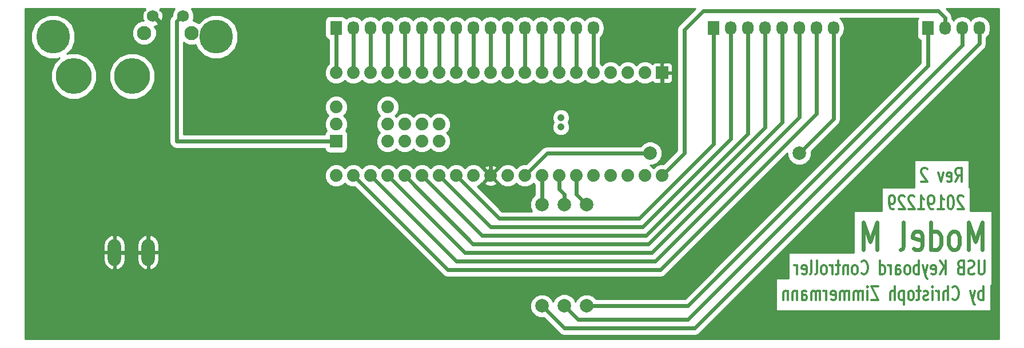
<source format=gbr>
G04 #@! TF.FileFunction,Copper,L2,Bot,Signal*
%FSLAX46Y46*%
G04 Gerber Fmt 4.6, Leading zero omitted, Abs format (unit mm)*
G04 Created by KiCad (PCBNEW 4.0.5+dfsg1-4) date Sun Dec 29 19:54:52 2019*
%MOMM*%
%LPD*%
G01*
G04 APERTURE LIST*
%ADD10C,0.100000*%
%ADD11C,0.304800*%
%ADD12C,0.609600*%
%ADD13C,1.879600*%
%ADD14R,1.879600X1.879600*%
%ADD15C,1.066800*%
%ADD16R,1.727200X2.032000*%
%ADD17O,1.727200X2.032000*%
%ADD18O,1.981200X3.962400*%
%ADD19C,2.100000*%
%ADD20C,1.750000*%
%ADD21C,1.998980*%
%ADD22C,5.300000*%
%ADD23C,5.000000*%
%ADD24C,2.000000*%
%ADD25C,0.600000*%
%ADD26C,0.254000*%
G04 APERTURE END LIST*
D10*
D11*
X197031430Y-83408762D02*
X196958859Y-83312000D01*
X196813716Y-83215238D01*
X196450859Y-83215238D01*
X196305716Y-83312000D01*
X196233145Y-83408762D01*
X196160573Y-83602286D01*
X196160573Y-83795810D01*
X196233145Y-84086095D01*
X197104002Y-85247238D01*
X196160573Y-85247238D01*
X195217144Y-83215238D02*
X195072001Y-83215238D01*
X194926858Y-83312000D01*
X194854287Y-83408762D01*
X194781716Y-83602286D01*
X194709144Y-83989333D01*
X194709144Y-84473143D01*
X194781716Y-84860190D01*
X194854287Y-85053714D01*
X194926858Y-85150476D01*
X195072001Y-85247238D01*
X195217144Y-85247238D01*
X195362287Y-85150476D01*
X195434858Y-85053714D01*
X195507430Y-84860190D01*
X195580001Y-84473143D01*
X195580001Y-83989333D01*
X195507430Y-83602286D01*
X195434858Y-83408762D01*
X195362287Y-83312000D01*
X195217144Y-83215238D01*
X193257715Y-85247238D02*
X194128572Y-85247238D01*
X193693144Y-85247238D02*
X193693144Y-83215238D01*
X193838287Y-83505524D01*
X193983429Y-83699048D01*
X194128572Y-83795810D01*
X192532000Y-85247238D02*
X192241715Y-85247238D01*
X192096572Y-85150476D01*
X192024000Y-85053714D01*
X191878858Y-84763429D01*
X191806286Y-84376381D01*
X191806286Y-83602286D01*
X191878858Y-83408762D01*
X191951429Y-83312000D01*
X192096572Y-83215238D01*
X192386858Y-83215238D01*
X192532000Y-83312000D01*
X192604572Y-83408762D01*
X192677143Y-83602286D01*
X192677143Y-84086095D01*
X192604572Y-84279619D01*
X192532000Y-84376381D01*
X192386858Y-84473143D01*
X192096572Y-84473143D01*
X191951429Y-84376381D01*
X191878858Y-84279619D01*
X191806286Y-84086095D01*
X190354857Y-85247238D02*
X191225714Y-85247238D01*
X190790286Y-85247238D02*
X190790286Y-83215238D01*
X190935429Y-83505524D01*
X191080571Y-83699048D01*
X191225714Y-83795810D01*
X189774285Y-83408762D02*
X189701714Y-83312000D01*
X189556571Y-83215238D01*
X189193714Y-83215238D01*
X189048571Y-83312000D01*
X188976000Y-83408762D01*
X188903428Y-83602286D01*
X188903428Y-83795810D01*
X188976000Y-84086095D01*
X189846857Y-85247238D01*
X188903428Y-85247238D01*
X188322856Y-83408762D02*
X188250285Y-83312000D01*
X188105142Y-83215238D01*
X187742285Y-83215238D01*
X187597142Y-83312000D01*
X187524571Y-83408762D01*
X187451999Y-83602286D01*
X187451999Y-83795810D01*
X187524571Y-84086095D01*
X188395428Y-85247238D01*
X187451999Y-85247238D01*
X186726284Y-85247238D02*
X186435999Y-85247238D01*
X186290856Y-85150476D01*
X186218284Y-85053714D01*
X186073142Y-84763429D01*
X186000570Y-84376381D01*
X186000570Y-83602286D01*
X186073142Y-83408762D01*
X186145713Y-83312000D01*
X186290856Y-83215238D01*
X186581142Y-83215238D01*
X186726284Y-83312000D01*
X186798856Y-83408762D01*
X186871427Y-83602286D01*
X186871427Y-84086095D01*
X186798856Y-84279619D01*
X186726284Y-84376381D01*
X186581142Y-84473143D01*
X186290856Y-84473143D01*
X186145713Y-84376381D01*
X186073142Y-84279619D01*
X186000570Y-84086095D01*
X195870286Y-81183238D02*
X196378286Y-80215619D01*
X196741143Y-81183238D02*
X196741143Y-79151238D01*
X196160571Y-79151238D01*
X196015429Y-79248000D01*
X195942857Y-79344762D01*
X195870286Y-79538286D01*
X195870286Y-79828571D01*
X195942857Y-80022095D01*
X196015429Y-80118857D01*
X196160571Y-80215619D01*
X196741143Y-80215619D01*
X194636571Y-81086476D02*
X194781714Y-81183238D01*
X195072000Y-81183238D01*
X195217143Y-81086476D01*
X195289714Y-80892952D01*
X195289714Y-80118857D01*
X195217143Y-79925333D01*
X195072000Y-79828571D01*
X194781714Y-79828571D01*
X194636571Y-79925333D01*
X194564000Y-80118857D01*
X194564000Y-80312381D01*
X195289714Y-80505905D01*
X194056000Y-79828571D02*
X193693143Y-81183238D01*
X193330285Y-79828571D01*
X191661142Y-79344762D02*
X191588571Y-79248000D01*
X191443428Y-79151238D01*
X191080571Y-79151238D01*
X190935428Y-79248000D01*
X190862857Y-79344762D01*
X190790285Y-79538286D01*
X190790285Y-79731810D01*
X190862857Y-80022095D01*
X191733714Y-81183238D01*
X190790285Y-81183238D01*
X199970571Y-98709238D02*
X199970571Y-96677238D01*
X199970571Y-97451333D02*
X199825428Y-97354571D01*
X199535142Y-97354571D01*
X199389999Y-97451333D01*
X199317428Y-97548095D01*
X199244857Y-97741619D01*
X199244857Y-98322190D01*
X199317428Y-98515714D01*
X199389999Y-98612476D01*
X199535142Y-98709238D01*
X199825428Y-98709238D01*
X199970571Y-98612476D01*
X198736857Y-97354571D02*
X198374000Y-98709238D01*
X198011142Y-97354571D02*
X198374000Y-98709238D01*
X198519142Y-99193048D01*
X198591714Y-99289810D01*
X198736857Y-99386571D01*
X195398571Y-98515714D02*
X195471142Y-98612476D01*
X195688856Y-98709238D01*
X195833999Y-98709238D01*
X196051714Y-98612476D01*
X196196856Y-98418952D01*
X196269428Y-98225429D01*
X196341999Y-97838381D01*
X196341999Y-97548095D01*
X196269428Y-97161048D01*
X196196856Y-96967524D01*
X196051714Y-96774000D01*
X195833999Y-96677238D01*
X195688856Y-96677238D01*
X195471142Y-96774000D01*
X195398571Y-96870762D01*
X194745428Y-98709238D02*
X194745428Y-96677238D01*
X194092285Y-98709238D02*
X194092285Y-97644857D01*
X194164856Y-97451333D01*
X194309999Y-97354571D01*
X194527714Y-97354571D01*
X194672856Y-97451333D01*
X194745428Y-97548095D01*
X193366571Y-98709238D02*
X193366571Y-97354571D01*
X193366571Y-97741619D02*
X193293999Y-97548095D01*
X193221428Y-97451333D01*
X193076285Y-97354571D01*
X192931142Y-97354571D01*
X192423142Y-98709238D02*
X192423142Y-97354571D01*
X192423142Y-96677238D02*
X192495713Y-96774000D01*
X192423142Y-96870762D01*
X192350570Y-96774000D01*
X192423142Y-96677238D01*
X192423142Y-96870762D01*
X191769999Y-98612476D02*
X191624856Y-98709238D01*
X191334571Y-98709238D01*
X191189428Y-98612476D01*
X191116856Y-98418952D01*
X191116856Y-98322190D01*
X191189428Y-98128667D01*
X191334571Y-98031905D01*
X191552285Y-98031905D01*
X191697428Y-97935143D01*
X191769999Y-97741619D01*
X191769999Y-97644857D01*
X191697428Y-97451333D01*
X191552285Y-97354571D01*
X191334571Y-97354571D01*
X191189428Y-97451333D01*
X190681428Y-97354571D02*
X190100857Y-97354571D01*
X190463714Y-96677238D02*
X190463714Y-98418952D01*
X190391142Y-98612476D01*
X190246000Y-98709238D01*
X190100857Y-98709238D01*
X189375143Y-98709238D02*
X189520285Y-98612476D01*
X189592857Y-98515714D01*
X189665428Y-98322190D01*
X189665428Y-97741619D01*
X189592857Y-97548095D01*
X189520285Y-97451333D01*
X189375143Y-97354571D01*
X189157428Y-97354571D01*
X189012285Y-97451333D01*
X188939714Y-97548095D01*
X188867143Y-97741619D01*
X188867143Y-98322190D01*
X188939714Y-98515714D01*
X189012285Y-98612476D01*
X189157428Y-98709238D01*
X189375143Y-98709238D01*
X188214000Y-97354571D02*
X188214000Y-99386571D01*
X188214000Y-97451333D02*
X188068857Y-97354571D01*
X187778571Y-97354571D01*
X187633428Y-97451333D01*
X187560857Y-97548095D01*
X187488286Y-97741619D01*
X187488286Y-98322190D01*
X187560857Y-98515714D01*
X187633428Y-98612476D01*
X187778571Y-98709238D01*
X188068857Y-98709238D01*
X188214000Y-98612476D01*
X186835143Y-98709238D02*
X186835143Y-96677238D01*
X186182000Y-98709238D02*
X186182000Y-97644857D01*
X186254571Y-97451333D01*
X186399714Y-97354571D01*
X186617429Y-97354571D01*
X186762571Y-97451333D01*
X186835143Y-97548095D01*
X184440286Y-96677238D02*
X183424286Y-96677238D01*
X184440286Y-98709238D01*
X183424286Y-98709238D01*
X182843714Y-98709238D02*
X182843714Y-97354571D01*
X182843714Y-96677238D02*
X182916285Y-96774000D01*
X182843714Y-96870762D01*
X182771142Y-96774000D01*
X182843714Y-96677238D01*
X182843714Y-96870762D01*
X182118000Y-98709238D02*
X182118000Y-97354571D01*
X182118000Y-97548095D02*
X182045428Y-97451333D01*
X181900286Y-97354571D01*
X181682571Y-97354571D01*
X181537428Y-97451333D01*
X181464857Y-97644857D01*
X181464857Y-98709238D01*
X181464857Y-97644857D02*
X181392286Y-97451333D01*
X181247143Y-97354571D01*
X181029428Y-97354571D01*
X180884286Y-97451333D01*
X180811714Y-97644857D01*
X180811714Y-98709238D01*
X180086000Y-98709238D02*
X180086000Y-97354571D01*
X180086000Y-97548095D02*
X180013428Y-97451333D01*
X179868286Y-97354571D01*
X179650571Y-97354571D01*
X179505428Y-97451333D01*
X179432857Y-97644857D01*
X179432857Y-98709238D01*
X179432857Y-97644857D02*
X179360286Y-97451333D01*
X179215143Y-97354571D01*
X178997428Y-97354571D01*
X178852286Y-97451333D01*
X178779714Y-97644857D01*
X178779714Y-98709238D01*
X177473428Y-98612476D02*
X177618571Y-98709238D01*
X177908857Y-98709238D01*
X178054000Y-98612476D01*
X178126571Y-98418952D01*
X178126571Y-97644857D01*
X178054000Y-97451333D01*
X177908857Y-97354571D01*
X177618571Y-97354571D01*
X177473428Y-97451333D01*
X177400857Y-97644857D01*
X177400857Y-97838381D01*
X178126571Y-98031905D01*
X176747714Y-98709238D02*
X176747714Y-97354571D01*
X176747714Y-97741619D02*
X176675142Y-97548095D01*
X176602571Y-97451333D01*
X176457428Y-97354571D01*
X176312285Y-97354571D01*
X175804285Y-98709238D02*
X175804285Y-97354571D01*
X175804285Y-97548095D02*
X175731713Y-97451333D01*
X175586571Y-97354571D01*
X175368856Y-97354571D01*
X175223713Y-97451333D01*
X175151142Y-97644857D01*
X175151142Y-98709238D01*
X175151142Y-97644857D02*
X175078571Y-97451333D01*
X174933428Y-97354571D01*
X174715713Y-97354571D01*
X174570571Y-97451333D01*
X174497999Y-97644857D01*
X174497999Y-98709238D01*
X173119142Y-98709238D02*
X173119142Y-97644857D01*
X173191713Y-97451333D01*
X173336856Y-97354571D01*
X173627142Y-97354571D01*
X173772285Y-97451333D01*
X173119142Y-98612476D02*
X173264285Y-98709238D01*
X173627142Y-98709238D01*
X173772285Y-98612476D01*
X173844856Y-98418952D01*
X173844856Y-98225429D01*
X173772285Y-98031905D01*
X173627142Y-97935143D01*
X173264285Y-97935143D01*
X173119142Y-97838381D01*
X172393428Y-97354571D02*
X172393428Y-98709238D01*
X172393428Y-97548095D02*
X172320856Y-97451333D01*
X172175714Y-97354571D01*
X171957999Y-97354571D01*
X171812856Y-97451333D01*
X171740285Y-97644857D01*
X171740285Y-98709238D01*
X171014571Y-97354571D02*
X171014571Y-98709238D01*
X171014571Y-97548095D02*
X170941999Y-97451333D01*
X170796857Y-97354571D01*
X170579142Y-97354571D01*
X170433999Y-97451333D01*
X170361428Y-97644857D01*
X170361428Y-98709238D01*
X200152001Y-92867238D02*
X200152001Y-94512190D01*
X200079429Y-94705714D01*
X200006858Y-94802476D01*
X199861715Y-94899238D01*
X199571429Y-94899238D01*
X199426287Y-94802476D01*
X199353715Y-94705714D01*
X199281144Y-94512190D01*
X199281144Y-92867238D01*
X198628001Y-94802476D02*
X198410287Y-94899238D01*
X198047430Y-94899238D01*
X197902287Y-94802476D01*
X197829716Y-94705714D01*
X197757144Y-94512190D01*
X197757144Y-94318667D01*
X197829716Y-94125143D01*
X197902287Y-94028381D01*
X198047430Y-93931619D01*
X198337716Y-93834857D01*
X198482858Y-93738095D01*
X198555430Y-93641333D01*
X198628001Y-93447810D01*
X198628001Y-93254286D01*
X198555430Y-93060762D01*
X198482858Y-92964000D01*
X198337716Y-92867238D01*
X197974858Y-92867238D01*
X197757144Y-92964000D01*
X196596001Y-93834857D02*
X196378287Y-93931619D01*
X196305715Y-94028381D01*
X196233144Y-94221905D01*
X196233144Y-94512190D01*
X196305715Y-94705714D01*
X196378287Y-94802476D01*
X196523429Y-94899238D01*
X197104001Y-94899238D01*
X197104001Y-92867238D01*
X196596001Y-92867238D01*
X196450858Y-92964000D01*
X196378287Y-93060762D01*
X196305715Y-93254286D01*
X196305715Y-93447810D01*
X196378287Y-93641333D01*
X196450858Y-93738095D01*
X196596001Y-93834857D01*
X197104001Y-93834857D01*
X194418858Y-94899238D02*
X194418858Y-92867238D01*
X193548001Y-94899238D02*
X194201144Y-93738095D01*
X193548001Y-92867238D02*
X194418858Y-94028381D01*
X192314286Y-94802476D02*
X192459429Y-94899238D01*
X192749715Y-94899238D01*
X192894858Y-94802476D01*
X192967429Y-94608952D01*
X192967429Y-93834857D01*
X192894858Y-93641333D01*
X192749715Y-93544571D01*
X192459429Y-93544571D01*
X192314286Y-93641333D01*
X192241715Y-93834857D01*
X192241715Y-94028381D01*
X192967429Y-94221905D01*
X191733715Y-93544571D02*
X191370858Y-94899238D01*
X191008000Y-93544571D02*
X191370858Y-94899238D01*
X191516000Y-95383048D01*
X191588572Y-95479810D01*
X191733715Y-95576571D01*
X190427429Y-94899238D02*
X190427429Y-92867238D01*
X190427429Y-93641333D02*
X190282286Y-93544571D01*
X189992000Y-93544571D01*
X189846857Y-93641333D01*
X189774286Y-93738095D01*
X189701715Y-93931619D01*
X189701715Y-94512190D01*
X189774286Y-94705714D01*
X189846857Y-94802476D01*
X189992000Y-94899238D01*
X190282286Y-94899238D01*
X190427429Y-94802476D01*
X188830858Y-94899238D02*
X188976000Y-94802476D01*
X189048572Y-94705714D01*
X189121143Y-94512190D01*
X189121143Y-93931619D01*
X189048572Y-93738095D01*
X188976000Y-93641333D01*
X188830858Y-93544571D01*
X188613143Y-93544571D01*
X188468000Y-93641333D01*
X188395429Y-93738095D01*
X188322858Y-93931619D01*
X188322858Y-94512190D01*
X188395429Y-94705714D01*
X188468000Y-94802476D01*
X188613143Y-94899238D01*
X188830858Y-94899238D01*
X187016572Y-94899238D02*
X187016572Y-93834857D01*
X187089143Y-93641333D01*
X187234286Y-93544571D01*
X187524572Y-93544571D01*
X187669715Y-93641333D01*
X187016572Y-94802476D02*
X187161715Y-94899238D01*
X187524572Y-94899238D01*
X187669715Y-94802476D01*
X187742286Y-94608952D01*
X187742286Y-94415429D01*
X187669715Y-94221905D01*
X187524572Y-94125143D01*
X187161715Y-94125143D01*
X187016572Y-94028381D01*
X186290858Y-94899238D02*
X186290858Y-93544571D01*
X186290858Y-93931619D02*
X186218286Y-93738095D01*
X186145715Y-93641333D01*
X186000572Y-93544571D01*
X185855429Y-93544571D01*
X184694286Y-94899238D02*
X184694286Y-92867238D01*
X184694286Y-94802476D02*
X184839429Y-94899238D01*
X185129715Y-94899238D01*
X185274857Y-94802476D01*
X185347429Y-94705714D01*
X185420000Y-94512190D01*
X185420000Y-93931619D01*
X185347429Y-93738095D01*
X185274857Y-93641333D01*
X185129715Y-93544571D01*
X184839429Y-93544571D01*
X184694286Y-93641333D01*
X181936572Y-94705714D02*
X182009143Y-94802476D01*
X182226857Y-94899238D01*
X182372000Y-94899238D01*
X182589715Y-94802476D01*
X182734857Y-94608952D01*
X182807429Y-94415429D01*
X182880000Y-94028381D01*
X182880000Y-93738095D01*
X182807429Y-93351048D01*
X182734857Y-93157524D01*
X182589715Y-92964000D01*
X182372000Y-92867238D01*
X182226857Y-92867238D01*
X182009143Y-92964000D01*
X181936572Y-93060762D01*
X181065715Y-94899238D02*
X181210857Y-94802476D01*
X181283429Y-94705714D01*
X181356000Y-94512190D01*
X181356000Y-93931619D01*
X181283429Y-93738095D01*
X181210857Y-93641333D01*
X181065715Y-93544571D01*
X180848000Y-93544571D01*
X180702857Y-93641333D01*
X180630286Y-93738095D01*
X180557715Y-93931619D01*
X180557715Y-94512190D01*
X180630286Y-94705714D01*
X180702857Y-94802476D01*
X180848000Y-94899238D01*
X181065715Y-94899238D01*
X179904572Y-93544571D02*
X179904572Y-94899238D01*
X179904572Y-93738095D02*
X179832000Y-93641333D01*
X179686858Y-93544571D01*
X179469143Y-93544571D01*
X179324000Y-93641333D01*
X179251429Y-93834857D01*
X179251429Y-94899238D01*
X178743429Y-93544571D02*
X178162858Y-93544571D01*
X178525715Y-92867238D02*
X178525715Y-94608952D01*
X178453143Y-94802476D01*
X178308001Y-94899238D01*
X178162858Y-94899238D01*
X177654858Y-94899238D02*
X177654858Y-93544571D01*
X177654858Y-93931619D02*
X177582286Y-93738095D01*
X177509715Y-93641333D01*
X177364572Y-93544571D01*
X177219429Y-93544571D01*
X176493715Y-94899238D02*
X176638857Y-94802476D01*
X176711429Y-94705714D01*
X176784000Y-94512190D01*
X176784000Y-93931619D01*
X176711429Y-93738095D01*
X176638857Y-93641333D01*
X176493715Y-93544571D01*
X176276000Y-93544571D01*
X176130857Y-93641333D01*
X176058286Y-93738095D01*
X175985715Y-93931619D01*
X175985715Y-94512190D01*
X176058286Y-94705714D01*
X176130857Y-94802476D01*
X176276000Y-94899238D01*
X176493715Y-94899238D01*
X175114858Y-94899238D02*
X175260000Y-94802476D01*
X175332572Y-94608952D01*
X175332572Y-92867238D01*
X174316572Y-94899238D02*
X174461714Y-94802476D01*
X174534286Y-94608952D01*
X174534286Y-92867238D01*
X173155428Y-94802476D02*
X173300571Y-94899238D01*
X173590857Y-94899238D01*
X173736000Y-94802476D01*
X173808571Y-94608952D01*
X173808571Y-93834857D01*
X173736000Y-93641333D01*
X173590857Y-93544571D01*
X173300571Y-93544571D01*
X173155428Y-93641333D01*
X173082857Y-93834857D01*
X173082857Y-94028381D01*
X173808571Y-94221905D01*
X172429714Y-94899238D02*
X172429714Y-93544571D01*
X172429714Y-93931619D02*
X172357142Y-93738095D01*
X172284571Y-93641333D01*
X172139428Y-93544571D01*
X171994285Y-93544571D01*
D12*
X199789143Y-91246476D02*
X199789143Y-87182476D01*
X198773143Y-90085333D01*
X197757143Y-87182476D01*
X197757143Y-91246476D01*
X195870285Y-91246476D02*
X196160571Y-91052952D01*
X196305714Y-90859429D01*
X196450857Y-90472381D01*
X196450857Y-89311238D01*
X196305714Y-88924190D01*
X196160571Y-88730667D01*
X195870285Y-88537143D01*
X195434857Y-88537143D01*
X195144571Y-88730667D01*
X194999428Y-88924190D01*
X194854285Y-89311238D01*
X194854285Y-90472381D01*
X194999428Y-90859429D01*
X195144571Y-91052952D01*
X195434857Y-91246476D01*
X195870285Y-91246476D01*
X192241714Y-91246476D02*
X192241714Y-87182476D01*
X192241714Y-91052952D02*
X192532000Y-91246476D01*
X193112571Y-91246476D01*
X193402857Y-91052952D01*
X193548000Y-90859429D01*
X193693143Y-90472381D01*
X193693143Y-89311238D01*
X193548000Y-88924190D01*
X193402857Y-88730667D01*
X193112571Y-88537143D01*
X192532000Y-88537143D01*
X192241714Y-88730667D01*
X189629143Y-91052952D02*
X189919429Y-91246476D01*
X190500000Y-91246476D01*
X190790286Y-91052952D01*
X190935429Y-90665905D01*
X190935429Y-89117714D01*
X190790286Y-88730667D01*
X190500000Y-88537143D01*
X189919429Y-88537143D01*
X189629143Y-88730667D01*
X189484000Y-89117714D01*
X189484000Y-89504762D01*
X190935429Y-89891810D01*
X187742286Y-91246476D02*
X188032572Y-91052952D01*
X188177715Y-90665905D01*
X188177715Y-87182476D01*
X184258858Y-91246476D02*
X184258858Y-87182476D01*
X183242858Y-90085333D01*
X182226858Y-87182476D01*
X182226858Y-91246476D01*
D13*
X152400000Y-80264000D03*
X149860000Y-80264000D03*
X147320000Y-80264000D03*
X144780000Y-80264000D03*
X142240000Y-80264000D03*
X139700000Y-80264000D03*
X137160000Y-80264000D03*
X134620000Y-80264000D03*
X132080000Y-80264000D03*
X129540000Y-80264000D03*
X127000000Y-80264000D03*
X124460000Y-80264000D03*
X121920000Y-80264000D03*
X119380000Y-80264000D03*
X116840000Y-80264000D03*
X114300000Y-80264000D03*
X111760000Y-80264000D03*
X109220000Y-80264000D03*
X106680000Y-80264000D03*
X104140000Y-80264000D03*
X104140000Y-65024000D03*
X106680000Y-65024000D03*
X109220000Y-65024000D03*
X111760000Y-65024000D03*
X114300000Y-65024000D03*
X116840000Y-65024000D03*
X119380000Y-65024000D03*
X121920000Y-65024000D03*
X124460000Y-65024000D03*
X127000000Y-65024000D03*
X129540000Y-65024000D03*
X132080000Y-65024000D03*
X134620000Y-65024000D03*
X137160000Y-65024000D03*
X139700000Y-65024000D03*
X142240000Y-65024000D03*
X144780000Y-65024000D03*
X147320000Y-65024000D03*
X149860000Y-65024000D03*
D14*
X152400000Y-65024000D03*
X104140000Y-75184000D03*
D13*
X104140000Y-72644000D03*
X104140000Y-70104000D03*
X111760000Y-75184000D03*
X114300000Y-75184000D03*
X116840000Y-75184000D03*
X119380000Y-75184000D03*
X119380000Y-72644000D03*
X116840000Y-72644000D03*
X114300000Y-72644000D03*
X111760000Y-72644000D03*
D15*
X137414000Y-71729600D03*
X137414000Y-73050400D03*
D13*
X111760000Y-70104000D03*
D16*
X104120000Y-58400000D03*
D17*
X106660000Y-58400000D03*
X109200000Y-58400000D03*
X111740000Y-58400000D03*
X114280000Y-58400000D03*
X116820000Y-58400000D03*
X119360000Y-58400000D03*
X121900000Y-58400000D03*
X124440000Y-58400000D03*
X126980000Y-58400000D03*
X129520000Y-58400000D03*
X132060000Y-58400000D03*
X134600000Y-58400000D03*
X137140000Y-58400000D03*
X139680000Y-58400000D03*
X142220000Y-58400000D03*
D16*
X160000000Y-58420000D03*
D17*
X162540000Y-58420000D03*
X165080000Y-58420000D03*
X167620000Y-58420000D03*
X170160000Y-58420000D03*
X172700000Y-58420000D03*
X175240000Y-58420000D03*
X177780000Y-58420000D03*
D16*
X191770000Y-58420000D03*
D17*
X194310000Y-58420000D03*
X196850000Y-58420000D03*
X199390000Y-58420000D03*
D18*
X71313040Y-91633040D03*
X76313040Y-91633040D03*
D19*
X82722000Y-59132000D03*
D20*
X81462000Y-56642000D03*
X76962000Y-56642000D03*
D19*
X75712000Y-59132000D03*
D21*
X134620000Y-99582000D03*
X134620000Y-84582000D03*
X137922000Y-99568000D03*
X137922000Y-84568000D03*
X141224000Y-99582000D03*
X141224000Y-84582000D03*
D22*
X65278000Y-65532000D03*
X73914000Y-65532000D03*
D23*
X62230000Y-59690000D03*
X86360000Y-59690000D03*
D24*
X172720002Y-76962000D03*
X150622000Y-76962000D03*
D25*
X194310000Y-58420000D02*
X194310000Y-56896000D01*
X194310000Y-56896000D02*
X193294000Y-55880000D01*
X193294000Y-55880000D02*
X158496000Y-55880000D01*
X158496000Y-55880000D02*
X155702000Y-58674000D01*
X155702000Y-58674000D02*
X155702000Y-76962000D01*
X155702000Y-76962000D02*
X152400000Y-80264000D01*
X79248000Y-77470000D02*
X76313040Y-80404960D01*
X76313040Y-80404960D02*
X76313040Y-91633040D01*
X126746000Y-77470000D02*
X79248000Y-77470000D01*
X76962000Y-56642000D02*
X77216000Y-56642000D01*
X77216000Y-56642000D02*
X79248000Y-58674000D01*
X79248000Y-58674000D02*
X79248000Y-77470000D01*
X152400000Y-65024000D02*
X152400000Y-66563800D01*
X152400000Y-66563800D02*
X150383800Y-68580000D01*
X150383800Y-68580000D02*
X135890000Y-68580000D01*
X135890000Y-68580000D02*
X127000000Y-77470000D01*
X127000000Y-77470000D02*
X126746000Y-77470000D01*
X127000000Y-80264000D02*
X127000000Y-77724000D01*
X127000000Y-77724000D02*
X126746000Y-77470000D01*
X76313040Y-91633040D02*
X71313040Y-91633040D01*
X160000000Y-58420000D02*
X160000000Y-75596614D01*
X128270000Y-86614000D02*
X122859799Y-81203799D01*
X160000000Y-75596614D02*
X148982614Y-86614000D01*
X148982614Y-86614000D02*
X128270000Y-86614000D01*
X122859799Y-81203799D02*
X121920000Y-80264000D01*
X119380000Y-80264000D02*
X127000000Y-87884000D01*
X149490614Y-87884000D02*
X162540000Y-74834614D01*
X127000000Y-87884000D02*
X149490614Y-87884000D01*
X162540000Y-74834614D02*
X162540000Y-60036000D01*
X162540000Y-60036000D02*
X162540000Y-58420000D01*
X165080000Y-58420000D02*
X165080000Y-74072614D01*
X165080000Y-74072614D02*
X149998614Y-89154000D01*
X149998614Y-89154000D02*
X125730000Y-89154000D01*
X125730000Y-89154000D02*
X117779799Y-81203799D01*
X117779799Y-81203799D02*
X116840000Y-80264000D01*
X167620000Y-58420000D02*
X167620000Y-73172000D01*
X167620000Y-73172000D02*
X150406011Y-90385989D01*
X115239799Y-81203799D02*
X114300000Y-80264000D01*
X150406011Y-90385989D02*
X124421989Y-90385989D01*
X124421989Y-90385989D02*
X115239799Y-81203799D01*
X167620000Y-58420000D02*
X167620000Y-60455000D01*
X150876000Y-91694000D02*
X170160000Y-72410000D01*
X111760000Y-80264000D02*
X123190000Y-91694000D01*
X170160000Y-60036000D02*
X170160000Y-58420000D01*
X123190000Y-91694000D02*
X150876000Y-91694000D01*
X170160000Y-72410000D02*
X170160000Y-60036000D01*
X142220000Y-58400000D02*
X142220000Y-65004000D01*
X142220000Y-65004000D02*
X142240000Y-65024000D01*
X139700000Y-65024000D02*
X139700000Y-58420000D01*
X139700000Y-58420000D02*
X139680000Y-58400000D01*
X137140000Y-58400000D02*
X137140000Y-65004000D01*
X137140000Y-65004000D02*
X137160000Y-65024000D01*
X134620000Y-65024000D02*
X134620000Y-58420000D01*
X134620000Y-58420000D02*
X134600000Y-58400000D01*
X132060000Y-58400000D02*
X132060000Y-65004000D01*
X132060000Y-65004000D02*
X132080000Y-65024000D01*
X129540000Y-65024000D02*
X129540000Y-58420000D01*
X129540000Y-58420000D02*
X129520000Y-58400000D01*
X126980000Y-58400000D02*
X126980000Y-65004000D01*
X126980000Y-65004000D02*
X127000000Y-65024000D01*
X124460000Y-65024000D02*
X124460000Y-58420000D01*
X124460000Y-58420000D02*
X124440000Y-58400000D01*
X121900000Y-58400000D02*
X121900000Y-65004000D01*
X121900000Y-65004000D02*
X121920000Y-65024000D01*
X119380000Y-65024000D02*
X119380000Y-58420000D01*
X119380000Y-58420000D02*
X119360000Y-58400000D01*
X116820000Y-58400000D02*
X116820000Y-65004000D01*
X114300000Y-65024000D02*
X114300000Y-58420000D01*
X114300000Y-58420000D02*
X114280000Y-58400000D01*
X111740000Y-58400000D02*
X111740000Y-65004000D01*
X109220000Y-65024000D02*
X109220000Y-58420000D01*
X109220000Y-58420000D02*
X109200000Y-58400000D01*
X106660000Y-58400000D02*
X106660000Y-65004000D01*
X104140000Y-65024000D02*
X104140000Y-58420000D01*
X104140000Y-58420000D02*
X104120000Y-58400000D01*
X172700000Y-71648000D02*
X151384000Y-92964000D01*
X172700000Y-58420000D02*
X172700000Y-71648000D01*
X151384000Y-92964000D02*
X121920000Y-92964000D01*
X121920000Y-92964000D02*
X110159799Y-81203799D01*
X110159799Y-81203799D02*
X109220000Y-80264000D01*
X172700000Y-58420000D02*
X172700000Y-60036000D01*
X106680000Y-80264000D02*
X120650000Y-94234000D01*
X120650000Y-94234000D02*
X152146000Y-94234000D01*
X152146000Y-94234000D02*
X175240000Y-71140000D01*
X175240000Y-71140000D02*
X175240000Y-60036000D01*
X175240000Y-60036000D02*
X175240000Y-58420000D01*
X173420001Y-76262001D02*
X172720002Y-76962000D01*
X177780000Y-71902002D02*
X173420001Y-76262001D01*
X177780000Y-58420000D02*
X177780000Y-71902002D01*
X149632051Y-76962000D02*
X150622000Y-76962000D01*
X135382000Y-76962000D02*
X149632051Y-76962000D01*
X132080000Y-80264000D02*
X135382000Y-76962000D01*
X177780000Y-58420000D02*
X177780000Y-60036000D01*
X141224000Y-99582000D02*
X141238000Y-99568000D01*
X141238000Y-99568000D02*
X156210000Y-99568000D01*
X156210000Y-99568000D02*
X191770000Y-64008000D01*
X191770000Y-64008000D02*
X191770000Y-60036000D01*
X191770000Y-60036000D02*
X191770000Y-58420000D01*
X137922000Y-99568000D02*
X139954000Y-101600000D01*
X139954000Y-101600000D02*
X156210000Y-101600000D01*
X156210000Y-101600000D02*
X196850000Y-60960000D01*
X196850000Y-60960000D02*
X196850000Y-58420000D01*
X199390000Y-58420000D02*
X199390000Y-60706000D01*
X157226000Y-102870000D02*
X137922000Y-102870000D01*
X199390000Y-60706000D02*
X157226000Y-102870000D01*
X134634000Y-99582000D02*
X134620000Y-99582000D01*
X137922000Y-102870000D02*
X134634000Y-99582000D01*
X81462000Y-56642000D02*
X81280000Y-56642000D01*
X81280000Y-56642000D02*
X80518000Y-57404000D01*
X80518000Y-57404000D02*
X80518000Y-75184000D01*
X80518000Y-75184000D02*
X104140000Y-75184000D01*
X134620000Y-84582000D02*
X134620000Y-80264000D01*
X137922000Y-84568000D02*
X137922000Y-83058000D01*
X137922000Y-83058000D02*
X137160000Y-82296000D01*
X137160000Y-82296000D02*
X137160000Y-80264000D01*
X139700000Y-80264000D02*
X139700000Y-83058000D01*
X139700000Y-83058000D02*
X141224000Y-84582000D01*
D26*
G36*
X75785306Y-55644914D02*
X75899938Y-55759546D01*
X75646047Y-55842884D01*
X75440410Y-56407306D01*
X75466421Y-57007458D01*
X75595837Y-57319898D01*
X75353152Y-57319686D01*
X74686925Y-57594966D01*
X74176757Y-58104244D01*
X73900315Y-58769990D01*
X73899686Y-59490848D01*
X74174966Y-60157075D01*
X74684244Y-60667243D01*
X75349990Y-60943685D01*
X76070848Y-60944314D01*
X76737075Y-60669034D01*
X77247243Y-60159756D01*
X77523685Y-59494010D01*
X77524314Y-58773152D01*
X77262857Y-58140379D01*
X77327458Y-58137579D01*
X77761116Y-57957953D01*
X77844455Y-57704060D01*
X76962000Y-56821605D01*
X76947858Y-56835748D01*
X76768253Y-56656143D01*
X76782395Y-56642000D01*
X76768253Y-56627858D01*
X76947858Y-56448253D01*
X76962000Y-56462395D01*
X76976143Y-56448253D01*
X77155748Y-56627858D01*
X77141605Y-56642000D01*
X78024060Y-57524455D01*
X78277953Y-57441116D01*
X78483590Y-56876694D01*
X78457579Y-56276542D01*
X78277953Y-55842884D01*
X78024062Y-55759546D01*
X78138694Y-55644914D01*
X78056280Y-55562500D01*
X80226295Y-55562500D01*
X80075028Y-55713503D01*
X79825285Y-56314952D01*
X79825040Y-56595066D01*
X79767053Y-56653053D01*
X79536840Y-56997590D01*
X79456000Y-57404000D01*
X79456000Y-75184000D01*
X79536840Y-75590410D01*
X79767053Y-75934947D01*
X80111590Y-76165160D01*
X80518000Y-76246000D01*
X102446265Y-76246000D01*
X102476405Y-76406180D01*
X102643292Y-76665529D01*
X102897931Y-76839517D01*
X103200200Y-76900728D01*
X105079800Y-76900728D01*
X105362180Y-76847595D01*
X105621529Y-76680708D01*
X105795517Y-76426069D01*
X105856728Y-76123800D01*
X105856728Y-74244200D01*
X105803595Y-73961820D01*
X105636708Y-73702471D01*
X105548718Y-73642350D01*
X105581874Y-73609251D01*
X105841504Y-72983994D01*
X105842095Y-72306976D01*
X105583557Y-71681267D01*
X105276709Y-71373884D01*
X105581874Y-71069251D01*
X105841504Y-70443994D01*
X105841506Y-70441024D01*
X110057905Y-70441024D01*
X110316443Y-71066733D01*
X110623291Y-71374116D01*
X110318126Y-71678749D01*
X110058496Y-72304006D01*
X110057905Y-72981024D01*
X110316443Y-73606733D01*
X110623291Y-73914116D01*
X110318126Y-74218749D01*
X110058496Y-74844006D01*
X110057905Y-75521024D01*
X110316443Y-76146733D01*
X110794749Y-76625874D01*
X111420006Y-76885504D01*
X112097024Y-76886095D01*
X112722733Y-76627557D01*
X113030116Y-76320709D01*
X113334749Y-76625874D01*
X113960006Y-76885504D01*
X114637024Y-76886095D01*
X115262733Y-76627557D01*
X115570116Y-76320709D01*
X115874749Y-76625874D01*
X116500006Y-76885504D01*
X117177024Y-76886095D01*
X117802733Y-76627557D01*
X118110116Y-76320709D01*
X118414749Y-76625874D01*
X119040006Y-76885504D01*
X119717024Y-76886095D01*
X120342733Y-76627557D01*
X120821874Y-76149251D01*
X121081504Y-75523994D01*
X121082095Y-74846976D01*
X120823557Y-74221267D01*
X120516709Y-73913884D01*
X120821874Y-73609251D01*
X121081504Y-72983994D01*
X121082095Y-72306976D01*
X120949529Y-71986140D01*
X136118376Y-71986140D01*
X136285415Y-72390407D01*
X136118826Y-72791599D01*
X136118376Y-73306940D01*
X136315173Y-73783226D01*
X136679257Y-74147946D01*
X137155199Y-74345574D01*
X137670540Y-74346024D01*
X138146826Y-74149227D01*
X138511546Y-73785143D01*
X138709174Y-73309201D01*
X138709624Y-72793860D01*
X138542585Y-72389593D01*
X138709174Y-71988401D01*
X138709624Y-71473060D01*
X138512827Y-70996774D01*
X138148743Y-70632054D01*
X137672801Y-70434426D01*
X137157460Y-70433976D01*
X136681174Y-70630773D01*
X136316454Y-70994857D01*
X136118826Y-71470799D01*
X136118376Y-71986140D01*
X120949529Y-71986140D01*
X120823557Y-71681267D01*
X120345251Y-71202126D01*
X119719994Y-70942496D01*
X119042976Y-70941905D01*
X118417267Y-71200443D01*
X118109884Y-71507291D01*
X117805251Y-71202126D01*
X117179994Y-70942496D01*
X116502976Y-70941905D01*
X115877267Y-71200443D01*
X115569884Y-71507291D01*
X115265251Y-71202126D01*
X114639994Y-70942496D01*
X113962976Y-70941905D01*
X113337267Y-71200443D01*
X113029884Y-71507291D01*
X112896709Y-71373884D01*
X113201874Y-71069251D01*
X113461504Y-70443994D01*
X113462095Y-69766976D01*
X113203557Y-69141267D01*
X112725251Y-68662126D01*
X112099994Y-68402496D01*
X111422976Y-68401905D01*
X110797267Y-68660443D01*
X110318126Y-69138749D01*
X110058496Y-69764006D01*
X110057905Y-70441024D01*
X105841506Y-70441024D01*
X105842095Y-69766976D01*
X105583557Y-69141267D01*
X105105251Y-68662126D01*
X104479994Y-68402496D01*
X103802976Y-68401905D01*
X103177267Y-68660443D01*
X102698126Y-69138749D01*
X102438496Y-69764006D01*
X102437905Y-70441024D01*
X102696443Y-71066733D01*
X103003291Y-71374116D01*
X102698126Y-71678749D01*
X102438496Y-72304006D01*
X102437905Y-72981024D01*
X102696443Y-73606733D01*
X102730557Y-73640906D01*
X102658471Y-73687292D01*
X102484483Y-73941931D01*
X102448018Y-74122000D01*
X81580000Y-74122000D01*
X81580000Y-65361024D01*
X102437905Y-65361024D01*
X102696443Y-65986733D01*
X103174749Y-66465874D01*
X103800006Y-66725504D01*
X104477024Y-66726095D01*
X105102733Y-66467557D01*
X105410116Y-66160709D01*
X105714749Y-66465874D01*
X106340006Y-66725504D01*
X107017024Y-66726095D01*
X107642733Y-66467557D01*
X107950116Y-66160709D01*
X108254749Y-66465874D01*
X108880006Y-66725504D01*
X109557024Y-66726095D01*
X110182733Y-66467557D01*
X110490116Y-66160709D01*
X110794749Y-66465874D01*
X111420006Y-66725504D01*
X112097024Y-66726095D01*
X112722733Y-66467557D01*
X113030116Y-66160709D01*
X113334749Y-66465874D01*
X113960006Y-66725504D01*
X114637024Y-66726095D01*
X115262733Y-66467557D01*
X115570116Y-66160709D01*
X115874749Y-66465874D01*
X116500006Y-66725504D01*
X117177024Y-66726095D01*
X117802733Y-66467557D01*
X118110116Y-66160709D01*
X118414749Y-66465874D01*
X119040006Y-66725504D01*
X119717024Y-66726095D01*
X120342733Y-66467557D01*
X120650116Y-66160709D01*
X120954749Y-66465874D01*
X121580006Y-66725504D01*
X122257024Y-66726095D01*
X122882733Y-66467557D01*
X123190116Y-66160709D01*
X123494749Y-66465874D01*
X124120006Y-66725504D01*
X124797024Y-66726095D01*
X125422733Y-66467557D01*
X125730116Y-66160709D01*
X126034749Y-66465874D01*
X126660006Y-66725504D01*
X127337024Y-66726095D01*
X127962733Y-66467557D01*
X128270116Y-66160709D01*
X128574749Y-66465874D01*
X129200006Y-66725504D01*
X129877024Y-66726095D01*
X130502733Y-66467557D01*
X130810116Y-66160709D01*
X131114749Y-66465874D01*
X131740006Y-66725504D01*
X132417024Y-66726095D01*
X133042733Y-66467557D01*
X133350116Y-66160709D01*
X133654749Y-66465874D01*
X134280006Y-66725504D01*
X134957024Y-66726095D01*
X135582733Y-66467557D01*
X135890116Y-66160709D01*
X136194749Y-66465874D01*
X136820006Y-66725504D01*
X137497024Y-66726095D01*
X138122733Y-66467557D01*
X138430116Y-66160709D01*
X138734749Y-66465874D01*
X139360006Y-66725504D01*
X140037024Y-66726095D01*
X140662733Y-66467557D01*
X140970116Y-66160709D01*
X141274749Y-66465874D01*
X141900006Y-66725504D01*
X142577024Y-66726095D01*
X143202733Y-66467557D01*
X143510116Y-66160709D01*
X143814749Y-66465874D01*
X144440006Y-66725504D01*
X145117024Y-66726095D01*
X145742733Y-66467557D01*
X146050116Y-66160709D01*
X146354749Y-66465874D01*
X146980006Y-66725504D01*
X147657024Y-66726095D01*
X148282733Y-66467557D01*
X148590116Y-66160709D01*
X148894749Y-66465874D01*
X149520006Y-66725504D01*
X150197024Y-66726095D01*
X150822733Y-66467557D01*
X150944438Y-66346064D01*
X151100502Y-66502127D01*
X151333891Y-66598800D01*
X152114250Y-66598800D01*
X152273000Y-66440050D01*
X152273000Y-65151000D01*
X152527000Y-65151000D01*
X152527000Y-66440050D01*
X152685750Y-66598800D01*
X153466109Y-66598800D01*
X153699498Y-66502127D01*
X153878127Y-66323499D01*
X153974800Y-66090110D01*
X153974800Y-65309750D01*
X153816050Y-65151000D01*
X152527000Y-65151000D01*
X152273000Y-65151000D01*
X152253000Y-65151000D01*
X152253000Y-64897000D01*
X152273000Y-64897000D01*
X152273000Y-63607950D01*
X152527000Y-63607950D01*
X152527000Y-64897000D01*
X153816050Y-64897000D01*
X153974800Y-64738250D01*
X153974800Y-63957890D01*
X153878127Y-63724501D01*
X153699498Y-63545873D01*
X153466109Y-63449200D01*
X152685750Y-63449200D01*
X152527000Y-63607950D01*
X152273000Y-63607950D01*
X152114250Y-63449200D01*
X151333891Y-63449200D01*
X151100502Y-63545873D01*
X150944645Y-63701729D01*
X150825251Y-63582126D01*
X150199994Y-63322496D01*
X149522976Y-63321905D01*
X148897267Y-63580443D01*
X148589884Y-63887291D01*
X148285251Y-63582126D01*
X147659994Y-63322496D01*
X146982976Y-63321905D01*
X146357267Y-63580443D01*
X146049884Y-63887291D01*
X145745251Y-63582126D01*
X145119994Y-63322496D01*
X144442976Y-63321905D01*
X143817267Y-63580443D01*
X143509884Y-63887291D01*
X143282000Y-63659009D01*
X143282000Y-59795154D01*
X143369473Y-59736706D01*
X143721859Y-59209323D01*
X143845600Y-58587233D01*
X143845600Y-58212767D01*
X143721859Y-57590677D01*
X143369473Y-57063294D01*
X142842090Y-56710908D01*
X142220000Y-56587167D01*
X141597910Y-56710908D01*
X141070527Y-57063294D01*
X140950000Y-57243675D01*
X140829473Y-57063294D01*
X140302090Y-56710908D01*
X139680000Y-56587167D01*
X139057910Y-56710908D01*
X138530527Y-57063294D01*
X138410000Y-57243675D01*
X138289473Y-57063294D01*
X137762090Y-56710908D01*
X137140000Y-56587167D01*
X136517910Y-56710908D01*
X135990527Y-57063294D01*
X135870000Y-57243675D01*
X135749473Y-57063294D01*
X135222090Y-56710908D01*
X134600000Y-56587167D01*
X133977910Y-56710908D01*
X133450527Y-57063294D01*
X133330000Y-57243675D01*
X133209473Y-57063294D01*
X132682090Y-56710908D01*
X132060000Y-56587167D01*
X131437910Y-56710908D01*
X130910527Y-57063294D01*
X130790000Y-57243675D01*
X130669473Y-57063294D01*
X130142090Y-56710908D01*
X129520000Y-56587167D01*
X128897910Y-56710908D01*
X128370527Y-57063294D01*
X128250000Y-57243675D01*
X128129473Y-57063294D01*
X127602090Y-56710908D01*
X126980000Y-56587167D01*
X126357910Y-56710908D01*
X125830527Y-57063294D01*
X125710000Y-57243675D01*
X125589473Y-57063294D01*
X125062090Y-56710908D01*
X124440000Y-56587167D01*
X123817910Y-56710908D01*
X123290527Y-57063294D01*
X123170000Y-57243675D01*
X123049473Y-57063294D01*
X122522090Y-56710908D01*
X121900000Y-56587167D01*
X121277910Y-56710908D01*
X120750527Y-57063294D01*
X120630000Y-57243675D01*
X120509473Y-57063294D01*
X119982090Y-56710908D01*
X119360000Y-56587167D01*
X118737910Y-56710908D01*
X118210527Y-57063294D01*
X118090000Y-57243675D01*
X117969473Y-57063294D01*
X117442090Y-56710908D01*
X116820000Y-56587167D01*
X116197910Y-56710908D01*
X115670527Y-57063294D01*
X115550000Y-57243675D01*
X115429473Y-57063294D01*
X114902090Y-56710908D01*
X114280000Y-56587167D01*
X113657910Y-56710908D01*
X113130527Y-57063294D01*
X113010000Y-57243675D01*
X112889473Y-57063294D01*
X112362090Y-56710908D01*
X111740000Y-56587167D01*
X111117910Y-56710908D01*
X110590527Y-57063294D01*
X110470000Y-57243675D01*
X110349473Y-57063294D01*
X109822090Y-56710908D01*
X109200000Y-56587167D01*
X108577910Y-56710908D01*
X108050527Y-57063294D01*
X107930000Y-57243675D01*
X107809473Y-57063294D01*
X107282090Y-56710908D01*
X106660000Y-56587167D01*
X106037910Y-56710908D01*
X105630954Y-56982827D01*
X105540508Y-56842271D01*
X105285869Y-56668283D01*
X104983600Y-56607072D01*
X103256400Y-56607072D01*
X102974020Y-56660205D01*
X102714671Y-56827092D01*
X102540683Y-57081731D01*
X102479472Y-57384000D01*
X102479472Y-59416000D01*
X102532605Y-59698380D01*
X102699492Y-59957729D01*
X102954131Y-60131717D01*
X103078000Y-60156801D01*
X103078000Y-63679537D01*
X102698126Y-64058749D01*
X102438496Y-64684006D01*
X102437905Y-65361024D01*
X81580000Y-65361024D01*
X81580000Y-60552799D01*
X81694244Y-60667243D01*
X82359990Y-60943685D01*
X83080848Y-60944314D01*
X83309710Y-60849750D01*
X83592999Y-61535360D01*
X84509813Y-62453776D01*
X85708302Y-62951432D01*
X87006005Y-62952565D01*
X88205360Y-62457001D01*
X89123776Y-61540187D01*
X89621432Y-60341698D01*
X89622565Y-59043995D01*
X89127001Y-57844640D01*
X88210187Y-56926224D01*
X87011698Y-56428568D01*
X85713995Y-56427435D01*
X84514640Y-56922999D01*
X83794652Y-57641731D01*
X83749756Y-57596757D01*
X83084010Y-57320315D01*
X82952904Y-57320201D01*
X83098715Y-56969048D01*
X83099284Y-56317809D01*
X82850590Y-55715925D01*
X82697433Y-55562500D01*
X157311605Y-55562500D01*
X154951053Y-57923053D01*
X154720840Y-58267590D01*
X154640000Y-58674000D01*
X154640000Y-76522105D01*
X152599732Y-78562374D01*
X152062976Y-78561905D01*
X151437267Y-78820443D01*
X151129884Y-79127291D01*
X150825251Y-78822126D01*
X150588871Y-78723972D01*
X150970946Y-78724306D01*
X151618789Y-78456622D01*
X152114880Y-77961396D01*
X152383694Y-77314021D01*
X152384306Y-76613054D01*
X152116622Y-75965211D01*
X151621396Y-75469120D01*
X150974021Y-75200306D01*
X150273054Y-75199694D01*
X149625211Y-75467378D01*
X149191833Y-75900000D01*
X135382000Y-75900000D01*
X134975590Y-75980840D01*
X134631052Y-76211053D01*
X132279732Y-78562374D01*
X131742976Y-78561905D01*
X131117267Y-78820443D01*
X130809884Y-79127291D01*
X130505251Y-78822126D01*
X129879994Y-78562496D01*
X129202976Y-78561905D01*
X128577267Y-78820443D01*
X128098126Y-79298749D01*
X128064943Y-79378662D01*
X127179605Y-80264000D01*
X128064127Y-81148522D01*
X128096443Y-81226733D01*
X128574749Y-81705874D01*
X129200006Y-81965504D01*
X129877024Y-81966095D01*
X130502733Y-81707557D01*
X130810116Y-81400709D01*
X131114749Y-81705874D01*
X131740006Y-81965504D01*
X132417024Y-81966095D01*
X133042733Y-81707557D01*
X133350116Y-81400709D01*
X133558000Y-81608956D01*
X133558000Y-83153195D01*
X133127552Y-83582893D01*
X132858816Y-84230081D01*
X132858205Y-84930845D01*
X133114860Y-85552000D01*
X128709895Y-85552000D01*
X125028390Y-81870496D01*
X125422733Y-81707557D01*
X125757906Y-81372968D01*
X126070637Y-81372968D01*
X126161923Y-81633580D01*
X126749833Y-81850045D01*
X127375828Y-81825049D01*
X127838077Y-81633580D01*
X127929363Y-81372968D01*
X127000000Y-80443605D01*
X126070637Y-81372968D01*
X125757906Y-81372968D01*
X125901874Y-81229251D01*
X125935057Y-81149338D01*
X126820395Y-80264000D01*
X125935873Y-79379478D01*
X125903557Y-79301267D01*
X125757577Y-79155032D01*
X126070637Y-79155032D01*
X127000000Y-80084395D01*
X127929363Y-79155032D01*
X127838077Y-78894420D01*
X127250167Y-78677955D01*
X126624172Y-78702951D01*
X126161923Y-78894420D01*
X126070637Y-79155032D01*
X125757577Y-79155032D01*
X125425251Y-78822126D01*
X124799994Y-78562496D01*
X124122976Y-78561905D01*
X123497267Y-78820443D01*
X123189884Y-79127291D01*
X122885251Y-78822126D01*
X122259994Y-78562496D01*
X121582976Y-78561905D01*
X120957267Y-78820443D01*
X120649884Y-79127291D01*
X120345251Y-78822126D01*
X119719994Y-78562496D01*
X119042976Y-78561905D01*
X118417267Y-78820443D01*
X118109884Y-79127291D01*
X117805251Y-78822126D01*
X117179994Y-78562496D01*
X116502976Y-78561905D01*
X115877267Y-78820443D01*
X115569884Y-79127291D01*
X115265251Y-78822126D01*
X114639994Y-78562496D01*
X113962976Y-78561905D01*
X113337267Y-78820443D01*
X113029884Y-79127291D01*
X112725251Y-78822126D01*
X112099994Y-78562496D01*
X111422976Y-78561905D01*
X110797267Y-78820443D01*
X110489884Y-79127291D01*
X110185251Y-78822126D01*
X109559994Y-78562496D01*
X108882976Y-78561905D01*
X108257267Y-78820443D01*
X107949884Y-79127291D01*
X107645251Y-78822126D01*
X107019994Y-78562496D01*
X106342976Y-78561905D01*
X105717267Y-78820443D01*
X105409884Y-79127291D01*
X105105251Y-78822126D01*
X104479994Y-78562496D01*
X103802976Y-78561905D01*
X103177267Y-78820443D01*
X102698126Y-79298749D01*
X102438496Y-79924006D01*
X102437905Y-80601024D01*
X102696443Y-81226733D01*
X103174749Y-81705874D01*
X103800006Y-81965504D01*
X104477024Y-81966095D01*
X105102733Y-81707557D01*
X105410116Y-81400709D01*
X105714749Y-81705874D01*
X106340006Y-81965504D01*
X106880081Y-81965975D01*
X119899052Y-94984947D01*
X120243590Y-95215160D01*
X120650000Y-95296000D01*
X152146000Y-95296000D01*
X152552410Y-95215160D01*
X152896947Y-94984947D01*
X170958034Y-76923860D01*
X170957696Y-77310946D01*
X171225380Y-77958789D01*
X171720606Y-78454880D01*
X172367981Y-78723694D01*
X173068948Y-78724306D01*
X173716791Y-78456622D01*
X174212882Y-77961396D01*
X174481696Y-77314021D01*
X174482231Y-76701665D01*
X178530948Y-72652949D01*
X178693281Y-72410000D01*
X178761160Y-72308412D01*
X178842000Y-71902002D01*
X178842000Y-59815154D01*
X178929473Y-59756706D01*
X179281859Y-59229323D01*
X179405600Y-58607233D01*
X179405600Y-58232767D01*
X179281859Y-57610677D01*
X178929473Y-57083294D01*
X178718012Y-56942000D01*
X190299823Y-56942000D01*
X190190683Y-57101731D01*
X190129472Y-57404000D01*
X190129472Y-59436000D01*
X190182605Y-59718380D01*
X190349492Y-59977729D01*
X190604131Y-60151717D01*
X190708000Y-60172751D01*
X190708000Y-63568105D01*
X155770106Y-98506000D01*
X142638829Y-98506000D01*
X142223107Y-98089552D01*
X141575919Y-97820816D01*
X140875155Y-97820205D01*
X140227499Y-98087810D01*
X139731552Y-98582893D01*
X139575841Y-98957886D01*
X139416190Y-98571499D01*
X138921107Y-98075552D01*
X138273919Y-97806816D01*
X137573155Y-97806205D01*
X136925499Y-98073810D01*
X136429552Y-98568893D01*
X136268042Y-98957851D01*
X136114190Y-98585499D01*
X135619107Y-98089552D01*
X134971919Y-97820816D01*
X134271155Y-97820205D01*
X133623499Y-98087810D01*
X133127552Y-98582893D01*
X132858816Y-99230081D01*
X132858205Y-99930845D01*
X133125810Y-100578501D01*
X133620893Y-101074448D01*
X134268081Y-101343184D01*
X134893835Y-101343730D01*
X137171052Y-103620947D01*
X137515590Y-103851160D01*
X137922000Y-103932000D01*
X157226000Y-103932000D01*
X157632410Y-103851160D01*
X157976947Y-103620947D01*
X166144694Y-95453200D01*
X169236572Y-95453200D01*
X169236572Y-100330000D01*
X201095429Y-100330000D01*
X201095429Y-96520000D01*
X201276858Y-96520000D01*
X201276858Y-91643200D01*
X201276857Y-91643200D01*
X201276857Y-85496400D01*
X198083716Y-85496400D01*
X198083716Y-81991200D01*
X197866001Y-81991200D01*
X197866001Y-77927200D01*
X189738000Y-77927200D01*
X189738000Y-81991200D01*
X184948284Y-81991200D01*
X184948284Y-85496400D01*
X180739143Y-85496400D01*
X180739143Y-91643200D01*
X171087142Y-91643200D01*
X171087142Y-95453200D01*
X169236572Y-95453200D01*
X166144694Y-95453200D01*
X200140948Y-61456947D01*
X200308660Y-61205947D01*
X200371160Y-61112410D01*
X200452000Y-60706000D01*
X200452000Y-59815154D01*
X200539473Y-59756706D01*
X200891859Y-59229323D01*
X201015600Y-58607233D01*
X201015600Y-58232767D01*
X200891859Y-57610677D01*
X200539473Y-57083294D01*
X200012090Y-56730908D01*
X199390000Y-56607167D01*
X198767910Y-56730908D01*
X198240527Y-57083294D01*
X198120000Y-57263675D01*
X197999473Y-57083294D01*
X197472090Y-56730908D01*
X196850000Y-56607167D01*
X196227910Y-56730908D01*
X195700527Y-57083294D01*
X195580000Y-57263675D01*
X195459473Y-57083294D01*
X195372000Y-57024846D01*
X195372000Y-56896000D01*
X195291160Y-56489590D01*
X195060947Y-56145053D01*
X194478394Y-55562500D01*
X202247500Y-55562500D01*
X202247500Y-104457500D01*
X58102500Y-104457500D01*
X58102500Y-91760040D01*
X69687440Y-91760040D01*
X69687440Y-92750640D01*
X69859782Y-93363063D01*
X70253370Y-93862916D01*
X70808283Y-94174100D01*
X70934081Y-94204451D01*
X71186040Y-94084982D01*
X71186040Y-91760040D01*
X71440040Y-91760040D01*
X71440040Y-94084982D01*
X71691999Y-94204451D01*
X71817797Y-94174100D01*
X72372710Y-93862916D01*
X72766298Y-93363063D01*
X72938640Y-92750640D01*
X72938640Y-91760040D01*
X74687440Y-91760040D01*
X74687440Y-92750640D01*
X74859782Y-93363063D01*
X75253370Y-93862916D01*
X75808283Y-94174100D01*
X75934081Y-94204451D01*
X76186040Y-94084982D01*
X76186040Y-91760040D01*
X76440040Y-91760040D01*
X76440040Y-94084982D01*
X76691999Y-94204451D01*
X76817797Y-94174100D01*
X77372710Y-93862916D01*
X77766298Y-93363063D01*
X77938640Y-92750640D01*
X77938640Y-91760040D01*
X76440040Y-91760040D01*
X76186040Y-91760040D01*
X74687440Y-91760040D01*
X72938640Y-91760040D01*
X71440040Y-91760040D01*
X71186040Y-91760040D01*
X69687440Y-91760040D01*
X58102500Y-91760040D01*
X58102500Y-90515440D01*
X69687440Y-90515440D01*
X69687440Y-91506040D01*
X71186040Y-91506040D01*
X71186040Y-89181098D01*
X71440040Y-89181098D01*
X71440040Y-91506040D01*
X72938640Y-91506040D01*
X72938640Y-90515440D01*
X74687440Y-90515440D01*
X74687440Y-91506040D01*
X76186040Y-91506040D01*
X76186040Y-89181098D01*
X76440040Y-89181098D01*
X76440040Y-91506040D01*
X77938640Y-91506040D01*
X77938640Y-90515440D01*
X77766298Y-89903017D01*
X77372710Y-89403164D01*
X76817797Y-89091980D01*
X76691999Y-89061629D01*
X76440040Y-89181098D01*
X76186040Y-89181098D01*
X75934081Y-89061629D01*
X75808283Y-89091980D01*
X75253370Y-89403164D01*
X74859782Y-89903017D01*
X74687440Y-90515440D01*
X72938640Y-90515440D01*
X72766298Y-89903017D01*
X72372710Y-89403164D01*
X71817797Y-89091980D01*
X71691999Y-89061629D01*
X71440040Y-89181098D01*
X71186040Y-89181098D01*
X70934081Y-89061629D01*
X70808283Y-89091980D01*
X70253370Y-89403164D01*
X69859782Y-89903017D01*
X69687440Y-90515440D01*
X58102500Y-90515440D01*
X58102500Y-60336005D01*
X58967435Y-60336005D01*
X59462999Y-61535360D01*
X60379813Y-62453776D01*
X61578302Y-62951432D01*
X62876005Y-62952565D01*
X63142899Y-62842286D01*
X62387134Y-63596734D01*
X61866594Y-64850334D01*
X61865409Y-66207711D01*
X62383761Y-67462218D01*
X63342734Y-68422866D01*
X64596334Y-68943406D01*
X65953711Y-68944591D01*
X67208218Y-68426239D01*
X68168866Y-67467266D01*
X68689406Y-66213666D01*
X68689411Y-66207711D01*
X70501409Y-66207711D01*
X71019761Y-67462218D01*
X71978734Y-68422866D01*
X73232334Y-68943406D01*
X74589711Y-68944591D01*
X75844218Y-68426239D01*
X76804866Y-67467266D01*
X77325406Y-66213666D01*
X77326591Y-64856289D01*
X76808239Y-63601782D01*
X75849266Y-62641134D01*
X74595666Y-62120594D01*
X73238289Y-62119409D01*
X71983782Y-62637761D01*
X71023134Y-63596734D01*
X70502594Y-64850334D01*
X70501409Y-66207711D01*
X68689411Y-66207711D01*
X68690591Y-64856289D01*
X68172239Y-63601782D01*
X67213266Y-62641134D01*
X65959666Y-62120594D01*
X64602289Y-62119409D01*
X64280242Y-62252476D01*
X64993776Y-61540187D01*
X65491432Y-60341698D01*
X65492565Y-59043995D01*
X64997001Y-57844640D01*
X64080187Y-56926224D01*
X62881698Y-56428568D01*
X61583995Y-56427435D01*
X60384640Y-56922999D01*
X59466224Y-57839813D01*
X58968568Y-59038302D01*
X58967435Y-60336005D01*
X58102500Y-60336005D01*
X58102500Y-55562500D01*
X75867720Y-55562500D01*
X75785306Y-55644914D01*
X75785306Y-55644914D01*
G37*
X75785306Y-55644914D02*
X75899938Y-55759546D01*
X75646047Y-55842884D01*
X75440410Y-56407306D01*
X75466421Y-57007458D01*
X75595837Y-57319898D01*
X75353152Y-57319686D01*
X74686925Y-57594966D01*
X74176757Y-58104244D01*
X73900315Y-58769990D01*
X73899686Y-59490848D01*
X74174966Y-60157075D01*
X74684244Y-60667243D01*
X75349990Y-60943685D01*
X76070848Y-60944314D01*
X76737075Y-60669034D01*
X77247243Y-60159756D01*
X77523685Y-59494010D01*
X77524314Y-58773152D01*
X77262857Y-58140379D01*
X77327458Y-58137579D01*
X77761116Y-57957953D01*
X77844455Y-57704060D01*
X76962000Y-56821605D01*
X76947858Y-56835748D01*
X76768253Y-56656143D01*
X76782395Y-56642000D01*
X76768253Y-56627858D01*
X76947858Y-56448253D01*
X76962000Y-56462395D01*
X76976143Y-56448253D01*
X77155748Y-56627858D01*
X77141605Y-56642000D01*
X78024060Y-57524455D01*
X78277953Y-57441116D01*
X78483590Y-56876694D01*
X78457579Y-56276542D01*
X78277953Y-55842884D01*
X78024062Y-55759546D01*
X78138694Y-55644914D01*
X78056280Y-55562500D01*
X80226295Y-55562500D01*
X80075028Y-55713503D01*
X79825285Y-56314952D01*
X79825040Y-56595066D01*
X79767053Y-56653053D01*
X79536840Y-56997590D01*
X79456000Y-57404000D01*
X79456000Y-75184000D01*
X79536840Y-75590410D01*
X79767053Y-75934947D01*
X80111590Y-76165160D01*
X80518000Y-76246000D01*
X102446265Y-76246000D01*
X102476405Y-76406180D01*
X102643292Y-76665529D01*
X102897931Y-76839517D01*
X103200200Y-76900728D01*
X105079800Y-76900728D01*
X105362180Y-76847595D01*
X105621529Y-76680708D01*
X105795517Y-76426069D01*
X105856728Y-76123800D01*
X105856728Y-74244200D01*
X105803595Y-73961820D01*
X105636708Y-73702471D01*
X105548718Y-73642350D01*
X105581874Y-73609251D01*
X105841504Y-72983994D01*
X105842095Y-72306976D01*
X105583557Y-71681267D01*
X105276709Y-71373884D01*
X105581874Y-71069251D01*
X105841504Y-70443994D01*
X105841506Y-70441024D01*
X110057905Y-70441024D01*
X110316443Y-71066733D01*
X110623291Y-71374116D01*
X110318126Y-71678749D01*
X110058496Y-72304006D01*
X110057905Y-72981024D01*
X110316443Y-73606733D01*
X110623291Y-73914116D01*
X110318126Y-74218749D01*
X110058496Y-74844006D01*
X110057905Y-75521024D01*
X110316443Y-76146733D01*
X110794749Y-76625874D01*
X111420006Y-76885504D01*
X112097024Y-76886095D01*
X112722733Y-76627557D01*
X113030116Y-76320709D01*
X113334749Y-76625874D01*
X113960006Y-76885504D01*
X114637024Y-76886095D01*
X115262733Y-76627557D01*
X115570116Y-76320709D01*
X115874749Y-76625874D01*
X116500006Y-76885504D01*
X117177024Y-76886095D01*
X117802733Y-76627557D01*
X118110116Y-76320709D01*
X118414749Y-76625874D01*
X119040006Y-76885504D01*
X119717024Y-76886095D01*
X120342733Y-76627557D01*
X120821874Y-76149251D01*
X121081504Y-75523994D01*
X121082095Y-74846976D01*
X120823557Y-74221267D01*
X120516709Y-73913884D01*
X120821874Y-73609251D01*
X121081504Y-72983994D01*
X121082095Y-72306976D01*
X120949529Y-71986140D01*
X136118376Y-71986140D01*
X136285415Y-72390407D01*
X136118826Y-72791599D01*
X136118376Y-73306940D01*
X136315173Y-73783226D01*
X136679257Y-74147946D01*
X137155199Y-74345574D01*
X137670540Y-74346024D01*
X138146826Y-74149227D01*
X138511546Y-73785143D01*
X138709174Y-73309201D01*
X138709624Y-72793860D01*
X138542585Y-72389593D01*
X138709174Y-71988401D01*
X138709624Y-71473060D01*
X138512827Y-70996774D01*
X138148743Y-70632054D01*
X137672801Y-70434426D01*
X137157460Y-70433976D01*
X136681174Y-70630773D01*
X136316454Y-70994857D01*
X136118826Y-71470799D01*
X136118376Y-71986140D01*
X120949529Y-71986140D01*
X120823557Y-71681267D01*
X120345251Y-71202126D01*
X119719994Y-70942496D01*
X119042976Y-70941905D01*
X118417267Y-71200443D01*
X118109884Y-71507291D01*
X117805251Y-71202126D01*
X117179994Y-70942496D01*
X116502976Y-70941905D01*
X115877267Y-71200443D01*
X115569884Y-71507291D01*
X115265251Y-71202126D01*
X114639994Y-70942496D01*
X113962976Y-70941905D01*
X113337267Y-71200443D01*
X113029884Y-71507291D01*
X112896709Y-71373884D01*
X113201874Y-71069251D01*
X113461504Y-70443994D01*
X113462095Y-69766976D01*
X113203557Y-69141267D01*
X112725251Y-68662126D01*
X112099994Y-68402496D01*
X111422976Y-68401905D01*
X110797267Y-68660443D01*
X110318126Y-69138749D01*
X110058496Y-69764006D01*
X110057905Y-70441024D01*
X105841506Y-70441024D01*
X105842095Y-69766976D01*
X105583557Y-69141267D01*
X105105251Y-68662126D01*
X104479994Y-68402496D01*
X103802976Y-68401905D01*
X103177267Y-68660443D01*
X102698126Y-69138749D01*
X102438496Y-69764006D01*
X102437905Y-70441024D01*
X102696443Y-71066733D01*
X103003291Y-71374116D01*
X102698126Y-71678749D01*
X102438496Y-72304006D01*
X102437905Y-72981024D01*
X102696443Y-73606733D01*
X102730557Y-73640906D01*
X102658471Y-73687292D01*
X102484483Y-73941931D01*
X102448018Y-74122000D01*
X81580000Y-74122000D01*
X81580000Y-65361024D01*
X102437905Y-65361024D01*
X102696443Y-65986733D01*
X103174749Y-66465874D01*
X103800006Y-66725504D01*
X104477024Y-66726095D01*
X105102733Y-66467557D01*
X105410116Y-66160709D01*
X105714749Y-66465874D01*
X106340006Y-66725504D01*
X107017024Y-66726095D01*
X107642733Y-66467557D01*
X107950116Y-66160709D01*
X108254749Y-66465874D01*
X108880006Y-66725504D01*
X109557024Y-66726095D01*
X110182733Y-66467557D01*
X110490116Y-66160709D01*
X110794749Y-66465874D01*
X111420006Y-66725504D01*
X112097024Y-66726095D01*
X112722733Y-66467557D01*
X113030116Y-66160709D01*
X113334749Y-66465874D01*
X113960006Y-66725504D01*
X114637024Y-66726095D01*
X115262733Y-66467557D01*
X115570116Y-66160709D01*
X115874749Y-66465874D01*
X116500006Y-66725504D01*
X117177024Y-66726095D01*
X117802733Y-66467557D01*
X118110116Y-66160709D01*
X118414749Y-66465874D01*
X119040006Y-66725504D01*
X119717024Y-66726095D01*
X120342733Y-66467557D01*
X120650116Y-66160709D01*
X120954749Y-66465874D01*
X121580006Y-66725504D01*
X122257024Y-66726095D01*
X122882733Y-66467557D01*
X123190116Y-66160709D01*
X123494749Y-66465874D01*
X124120006Y-66725504D01*
X124797024Y-66726095D01*
X125422733Y-66467557D01*
X125730116Y-66160709D01*
X126034749Y-66465874D01*
X126660006Y-66725504D01*
X127337024Y-66726095D01*
X127962733Y-66467557D01*
X128270116Y-66160709D01*
X128574749Y-66465874D01*
X129200006Y-66725504D01*
X129877024Y-66726095D01*
X130502733Y-66467557D01*
X130810116Y-66160709D01*
X131114749Y-66465874D01*
X131740006Y-66725504D01*
X132417024Y-66726095D01*
X133042733Y-66467557D01*
X133350116Y-66160709D01*
X133654749Y-66465874D01*
X134280006Y-66725504D01*
X134957024Y-66726095D01*
X135582733Y-66467557D01*
X135890116Y-66160709D01*
X136194749Y-66465874D01*
X136820006Y-66725504D01*
X137497024Y-66726095D01*
X138122733Y-66467557D01*
X138430116Y-66160709D01*
X138734749Y-66465874D01*
X139360006Y-66725504D01*
X140037024Y-66726095D01*
X140662733Y-66467557D01*
X140970116Y-66160709D01*
X141274749Y-66465874D01*
X141900006Y-66725504D01*
X142577024Y-66726095D01*
X143202733Y-66467557D01*
X143510116Y-66160709D01*
X143814749Y-66465874D01*
X144440006Y-66725504D01*
X145117024Y-66726095D01*
X145742733Y-66467557D01*
X146050116Y-66160709D01*
X146354749Y-66465874D01*
X146980006Y-66725504D01*
X147657024Y-66726095D01*
X148282733Y-66467557D01*
X148590116Y-66160709D01*
X148894749Y-66465874D01*
X149520006Y-66725504D01*
X150197024Y-66726095D01*
X150822733Y-66467557D01*
X150944438Y-66346064D01*
X151100502Y-66502127D01*
X151333891Y-66598800D01*
X152114250Y-66598800D01*
X152273000Y-66440050D01*
X152273000Y-65151000D01*
X152527000Y-65151000D01*
X152527000Y-66440050D01*
X152685750Y-66598800D01*
X153466109Y-66598800D01*
X153699498Y-66502127D01*
X153878127Y-66323499D01*
X153974800Y-66090110D01*
X153974800Y-65309750D01*
X153816050Y-65151000D01*
X152527000Y-65151000D01*
X152273000Y-65151000D01*
X152253000Y-65151000D01*
X152253000Y-64897000D01*
X152273000Y-64897000D01*
X152273000Y-63607950D01*
X152527000Y-63607950D01*
X152527000Y-64897000D01*
X153816050Y-64897000D01*
X153974800Y-64738250D01*
X153974800Y-63957890D01*
X153878127Y-63724501D01*
X153699498Y-63545873D01*
X153466109Y-63449200D01*
X152685750Y-63449200D01*
X152527000Y-63607950D01*
X152273000Y-63607950D01*
X152114250Y-63449200D01*
X151333891Y-63449200D01*
X151100502Y-63545873D01*
X150944645Y-63701729D01*
X150825251Y-63582126D01*
X150199994Y-63322496D01*
X149522976Y-63321905D01*
X148897267Y-63580443D01*
X148589884Y-63887291D01*
X148285251Y-63582126D01*
X147659994Y-63322496D01*
X146982976Y-63321905D01*
X146357267Y-63580443D01*
X146049884Y-63887291D01*
X145745251Y-63582126D01*
X145119994Y-63322496D01*
X144442976Y-63321905D01*
X143817267Y-63580443D01*
X143509884Y-63887291D01*
X143282000Y-63659009D01*
X143282000Y-59795154D01*
X143369473Y-59736706D01*
X143721859Y-59209323D01*
X143845600Y-58587233D01*
X143845600Y-58212767D01*
X143721859Y-57590677D01*
X143369473Y-57063294D01*
X142842090Y-56710908D01*
X142220000Y-56587167D01*
X141597910Y-56710908D01*
X141070527Y-57063294D01*
X140950000Y-57243675D01*
X140829473Y-57063294D01*
X140302090Y-56710908D01*
X139680000Y-56587167D01*
X139057910Y-56710908D01*
X138530527Y-57063294D01*
X138410000Y-57243675D01*
X138289473Y-57063294D01*
X137762090Y-56710908D01*
X137140000Y-56587167D01*
X136517910Y-56710908D01*
X135990527Y-57063294D01*
X135870000Y-57243675D01*
X135749473Y-57063294D01*
X135222090Y-56710908D01*
X134600000Y-56587167D01*
X133977910Y-56710908D01*
X133450527Y-57063294D01*
X133330000Y-57243675D01*
X133209473Y-57063294D01*
X132682090Y-56710908D01*
X132060000Y-56587167D01*
X131437910Y-56710908D01*
X130910527Y-57063294D01*
X130790000Y-57243675D01*
X130669473Y-57063294D01*
X130142090Y-56710908D01*
X129520000Y-56587167D01*
X128897910Y-56710908D01*
X128370527Y-57063294D01*
X128250000Y-57243675D01*
X128129473Y-57063294D01*
X127602090Y-56710908D01*
X126980000Y-56587167D01*
X126357910Y-56710908D01*
X125830527Y-57063294D01*
X125710000Y-57243675D01*
X125589473Y-57063294D01*
X125062090Y-56710908D01*
X124440000Y-56587167D01*
X123817910Y-56710908D01*
X123290527Y-57063294D01*
X123170000Y-57243675D01*
X123049473Y-57063294D01*
X122522090Y-56710908D01*
X121900000Y-56587167D01*
X121277910Y-56710908D01*
X120750527Y-57063294D01*
X120630000Y-57243675D01*
X120509473Y-57063294D01*
X119982090Y-56710908D01*
X119360000Y-56587167D01*
X118737910Y-56710908D01*
X118210527Y-57063294D01*
X118090000Y-57243675D01*
X117969473Y-57063294D01*
X117442090Y-56710908D01*
X116820000Y-56587167D01*
X116197910Y-56710908D01*
X115670527Y-57063294D01*
X115550000Y-57243675D01*
X115429473Y-57063294D01*
X114902090Y-56710908D01*
X114280000Y-56587167D01*
X113657910Y-56710908D01*
X113130527Y-57063294D01*
X113010000Y-57243675D01*
X112889473Y-57063294D01*
X112362090Y-56710908D01*
X111740000Y-56587167D01*
X111117910Y-56710908D01*
X110590527Y-57063294D01*
X110470000Y-57243675D01*
X110349473Y-57063294D01*
X109822090Y-56710908D01*
X109200000Y-56587167D01*
X108577910Y-56710908D01*
X108050527Y-57063294D01*
X107930000Y-57243675D01*
X107809473Y-57063294D01*
X107282090Y-56710908D01*
X106660000Y-56587167D01*
X106037910Y-56710908D01*
X105630954Y-56982827D01*
X105540508Y-56842271D01*
X105285869Y-56668283D01*
X104983600Y-56607072D01*
X103256400Y-56607072D01*
X102974020Y-56660205D01*
X102714671Y-56827092D01*
X102540683Y-57081731D01*
X102479472Y-57384000D01*
X102479472Y-59416000D01*
X102532605Y-59698380D01*
X102699492Y-59957729D01*
X102954131Y-60131717D01*
X103078000Y-60156801D01*
X103078000Y-63679537D01*
X102698126Y-64058749D01*
X102438496Y-64684006D01*
X102437905Y-65361024D01*
X81580000Y-65361024D01*
X81580000Y-60552799D01*
X81694244Y-60667243D01*
X82359990Y-60943685D01*
X83080848Y-60944314D01*
X83309710Y-60849750D01*
X83592999Y-61535360D01*
X84509813Y-62453776D01*
X85708302Y-62951432D01*
X87006005Y-62952565D01*
X88205360Y-62457001D01*
X89123776Y-61540187D01*
X89621432Y-60341698D01*
X89622565Y-59043995D01*
X89127001Y-57844640D01*
X88210187Y-56926224D01*
X87011698Y-56428568D01*
X85713995Y-56427435D01*
X84514640Y-56922999D01*
X83794652Y-57641731D01*
X83749756Y-57596757D01*
X83084010Y-57320315D01*
X82952904Y-57320201D01*
X83098715Y-56969048D01*
X83099284Y-56317809D01*
X82850590Y-55715925D01*
X82697433Y-55562500D01*
X157311605Y-55562500D01*
X154951053Y-57923053D01*
X154720840Y-58267590D01*
X154640000Y-58674000D01*
X154640000Y-76522105D01*
X152599732Y-78562374D01*
X152062976Y-78561905D01*
X151437267Y-78820443D01*
X151129884Y-79127291D01*
X150825251Y-78822126D01*
X150588871Y-78723972D01*
X150970946Y-78724306D01*
X151618789Y-78456622D01*
X152114880Y-77961396D01*
X152383694Y-77314021D01*
X152384306Y-76613054D01*
X152116622Y-75965211D01*
X151621396Y-75469120D01*
X150974021Y-75200306D01*
X150273054Y-75199694D01*
X149625211Y-75467378D01*
X149191833Y-75900000D01*
X135382000Y-75900000D01*
X134975590Y-75980840D01*
X134631052Y-76211053D01*
X132279732Y-78562374D01*
X131742976Y-78561905D01*
X131117267Y-78820443D01*
X130809884Y-79127291D01*
X130505251Y-78822126D01*
X129879994Y-78562496D01*
X129202976Y-78561905D01*
X128577267Y-78820443D01*
X128098126Y-79298749D01*
X128064943Y-79378662D01*
X127179605Y-80264000D01*
X128064127Y-81148522D01*
X128096443Y-81226733D01*
X128574749Y-81705874D01*
X129200006Y-81965504D01*
X129877024Y-81966095D01*
X130502733Y-81707557D01*
X130810116Y-81400709D01*
X131114749Y-81705874D01*
X131740006Y-81965504D01*
X132417024Y-81966095D01*
X133042733Y-81707557D01*
X133350116Y-81400709D01*
X133558000Y-81608956D01*
X133558000Y-83153195D01*
X133127552Y-83582893D01*
X132858816Y-84230081D01*
X132858205Y-84930845D01*
X133114860Y-85552000D01*
X128709895Y-85552000D01*
X125028390Y-81870496D01*
X125422733Y-81707557D01*
X125757906Y-81372968D01*
X126070637Y-81372968D01*
X126161923Y-81633580D01*
X126749833Y-81850045D01*
X127375828Y-81825049D01*
X127838077Y-81633580D01*
X127929363Y-81372968D01*
X127000000Y-80443605D01*
X126070637Y-81372968D01*
X125757906Y-81372968D01*
X125901874Y-81229251D01*
X125935057Y-81149338D01*
X126820395Y-80264000D01*
X125935873Y-79379478D01*
X125903557Y-79301267D01*
X125757577Y-79155032D01*
X126070637Y-79155032D01*
X127000000Y-80084395D01*
X127929363Y-79155032D01*
X127838077Y-78894420D01*
X127250167Y-78677955D01*
X126624172Y-78702951D01*
X126161923Y-78894420D01*
X126070637Y-79155032D01*
X125757577Y-79155032D01*
X125425251Y-78822126D01*
X124799994Y-78562496D01*
X124122976Y-78561905D01*
X123497267Y-78820443D01*
X123189884Y-79127291D01*
X122885251Y-78822126D01*
X122259994Y-78562496D01*
X121582976Y-78561905D01*
X120957267Y-78820443D01*
X120649884Y-79127291D01*
X120345251Y-78822126D01*
X119719994Y-78562496D01*
X119042976Y-78561905D01*
X118417267Y-78820443D01*
X118109884Y-79127291D01*
X117805251Y-78822126D01*
X117179994Y-78562496D01*
X116502976Y-78561905D01*
X115877267Y-78820443D01*
X115569884Y-79127291D01*
X115265251Y-78822126D01*
X114639994Y-78562496D01*
X113962976Y-78561905D01*
X113337267Y-78820443D01*
X113029884Y-79127291D01*
X112725251Y-78822126D01*
X112099994Y-78562496D01*
X111422976Y-78561905D01*
X110797267Y-78820443D01*
X110489884Y-79127291D01*
X110185251Y-78822126D01*
X109559994Y-78562496D01*
X108882976Y-78561905D01*
X108257267Y-78820443D01*
X107949884Y-79127291D01*
X107645251Y-78822126D01*
X107019994Y-78562496D01*
X106342976Y-78561905D01*
X105717267Y-78820443D01*
X105409884Y-79127291D01*
X105105251Y-78822126D01*
X104479994Y-78562496D01*
X103802976Y-78561905D01*
X103177267Y-78820443D01*
X102698126Y-79298749D01*
X102438496Y-79924006D01*
X102437905Y-80601024D01*
X102696443Y-81226733D01*
X103174749Y-81705874D01*
X103800006Y-81965504D01*
X104477024Y-81966095D01*
X105102733Y-81707557D01*
X105410116Y-81400709D01*
X105714749Y-81705874D01*
X106340006Y-81965504D01*
X106880081Y-81965975D01*
X119899052Y-94984947D01*
X120243590Y-95215160D01*
X120650000Y-95296000D01*
X152146000Y-95296000D01*
X152552410Y-95215160D01*
X152896947Y-94984947D01*
X170958034Y-76923860D01*
X170957696Y-77310946D01*
X171225380Y-77958789D01*
X171720606Y-78454880D01*
X172367981Y-78723694D01*
X173068948Y-78724306D01*
X173716791Y-78456622D01*
X174212882Y-77961396D01*
X174481696Y-77314021D01*
X174482231Y-76701665D01*
X178530948Y-72652949D01*
X178693281Y-72410000D01*
X178761160Y-72308412D01*
X178842000Y-71902002D01*
X178842000Y-59815154D01*
X178929473Y-59756706D01*
X179281859Y-59229323D01*
X179405600Y-58607233D01*
X179405600Y-58232767D01*
X179281859Y-57610677D01*
X178929473Y-57083294D01*
X178718012Y-56942000D01*
X190299823Y-56942000D01*
X190190683Y-57101731D01*
X190129472Y-57404000D01*
X190129472Y-59436000D01*
X190182605Y-59718380D01*
X190349492Y-59977729D01*
X190604131Y-60151717D01*
X190708000Y-60172751D01*
X190708000Y-63568105D01*
X155770106Y-98506000D01*
X142638829Y-98506000D01*
X142223107Y-98089552D01*
X141575919Y-97820816D01*
X140875155Y-97820205D01*
X140227499Y-98087810D01*
X139731552Y-98582893D01*
X139575841Y-98957886D01*
X139416190Y-98571499D01*
X138921107Y-98075552D01*
X138273919Y-97806816D01*
X137573155Y-97806205D01*
X136925499Y-98073810D01*
X136429552Y-98568893D01*
X136268042Y-98957851D01*
X136114190Y-98585499D01*
X135619107Y-98089552D01*
X134971919Y-97820816D01*
X134271155Y-97820205D01*
X133623499Y-98087810D01*
X133127552Y-98582893D01*
X132858816Y-99230081D01*
X132858205Y-99930845D01*
X133125810Y-100578501D01*
X133620893Y-101074448D01*
X134268081Y-101343184D01*
X134893835Y-101343730D01*
X137171052Y-103620947D01*
X137515590Y-103851160D01*
X137922000Y-103932000D01*
X157226000Y-103932000D01*
X157632410Y-103851160D01*
X157976947Y-103620947D01*
X166144694Y-95453200D01*
X169236572Y-95453200D01*
X169236572Y-100330000D01*
X201095429Y-100330000D01*
X201095429Y-96520000D01*
X201276858Y-96520000D01*
X201276858Y-91643200D01*
X201276857Y-91643200D01*
X201276857Y-85496400D01*
X198083716Y-85496400D01*
X198083716Y-81991200D01*
X197866001Y-81991200D01*
X197866001Y-77927200D01*
X189738000Y-77927200D01*
X189738000Y-81991200D01*
X184948284Y-81991200D01*
X184948284Y-85496400D01*
X180739143Y-85496400D01*
X180739143Y-91643200D01*
X171087142Y-91643200D01*
X171087142Y-95453200D01*
X169236572Y-95453200D01*
X166144694Y-95453200D01*
X200140948Y-61456947D01*
X200308660Y-61205947D01*
X200371160Y-61112410D01*
X200452000Y-60706000D01*
X200452000Y-59815154D01*
X200539473Y-59756706D01*
X200891859Y-59229323D01*
X201015600Y-58607233D01*
X201015600Y-58232767D01*
X200891859Y-57610677D01*
X200539473Y-57083294D01*
X200012090Y-56730908D01*
X199390000Y-56607167D01*
X198767910Y-56730908D01*
X198240527Y-57083294D01*
X198120000Y-57263675D01*
X197999473Y-57083294D01*
X197472090Y-56730908D01*
X196850000Y-56607167D01*
X196227910Y-56730908D01*
X195700527Y-57083294D01*
X195580000Y-57263675D01*
X195459473Y-57083294D01*
X195372000Y-57024846D01*
X195372000Y-56896000D01*
X195291160Y-56489590D01*
X195060947Y-56145053D01*
X194478394Y-55562500D01*
X202247500Y-55562500D01*
X202247500Y-104457500D01*
X58102500Y-104457500D01*
X58102500Y-91760040D01*
X69687440Y-91760040D01*
X69687440Y-92750640D01*
X69859782Y-93363063D01*
X70253370Y-93862916D01*
X70808283Y-94174100D01*
X70934081Y-94204451D01*
X71186040Y-94084982D01*
X71186040Y-91760040D01*
X71440040Y-91760040D01*
X71440040Y-94084982D01*
X71691999Y-94204451D01*
X71817797Y-94174100D01*
X72372710Y-93862916D01*
X72766298Y-93363063D01*
X72938640Y-92750640D01*
X72938640Y-91760040D01*
X74687440Y-91760040D01*
X74687440Y-92750640D01*
X74859782Y-93363063D01*
X75253370Y-93862916D01*
X75808283Y-94174100D01*
X75934081Y-94204451D01*
X76186040Y-94084982D01*
X76186040Y-91760040D01*
X76440040Y-91760040D01*
X76440040Y-94084982D01*
X76691999Y-94204451D01*
X76817797Y-94174100D01*
X77372710Y-93862916D01*
X77766298Y-93363063D01*
X77938640Y-92750640D01*
X77938640Y-91760040D01*
X76440040Y-91760040D01*
X76186040Y-91760040D01*
X74687440Y-91760040D01*
X72938640Y-91760040D01*
X71440040Y-91760040D01*
X71186040Y-91760040D01*
X69687440Y-91760040D01*
X58102500Y-91760040D01*
X58102500Y-90515440D01*
X69687440Y-90515440D01*
X69687440Y-91506040D01*
X71186040Y-91506040D01*
X71186040Y-89181098D01*
X71440040Y-89181098D01*
X71440040Y-91506040D01*
X72938640Y-91506040D01*
X72938640Y-90515440D01*
X74687440Y-90515440D01*
X74687440Y-91506040D01*
X76186040Y-91506040D01*
X76186040Y-89181098D01*
X76440040Y-89181098D01*
X76440040Y-91506040D01*
X77938640Y-91506040D01*
X77938640Y-90515440D01*
X77766298Y-89903017D01*
X77372710Y-89403164D01*
X76817797Y-89091980D01*
X76691999Y-89061629D01*
X76440040Y-89181098D01*
X76186040Y-89181098D01*
X75934081Y-89061629D01*
X75808283Y-89091980D01*
X75253370Y-89403164D01*
X74859782Y-89903017D01*
X74687440Y-90515440D01*
X72938640Y-90515440D01*
X72766298Y-89903017D01*
X72372710Y-89403164D01*
X71817797Y-89091980D01*
X71691999Y-89061629D01*
X71440040Y-89181098D01*
X71186040Y-89181098D01*
X70934081Y-89061629D01*
X70808283Y-89091980D01*
X70253370Y-89403164D01*
X69859782Y-89903017D01*
X69687440Y-90515440D01*
X58102500Y-90515440D01*
X58102500Y-60336005D01*
X58967435Y-60336005D01*
X59462999Y-61535360D01*
X60379813Y-62453776D01*
X61578302Y-62951432D01*
X62876005Y-62952565D01*
X63142899Y-62842286D01*
X62387134Y-63596734D01*
X61866594Y-64850334D01*
X61865409Y-66207711D01*
X62383761Y-67462218D01*
X63342734Y-68422866D01*
X64596334Y-68943406D01*
X65953711Y-68944591D01*
X67208218Y-68426239D01*
X68168866Y-67467266D01*
X68689406Y-66213666D01*
X68689411Y-66207711D01*
X70501409Y-66207711D01*
X71019761Y-67462218D01*
X71978734Y-68422866D01*
X73232334Y-68943406D01*
X74589711Y-68944591D01*
X75844218Y-68426239D01*
X76804866Y-67467266D01*
X77325406Y-66213666D01*
X77326591Y-64856289D01*
X76808239Y-63601782D01*
X75849266Y-62641134D01*
X74595666Y-62120594D01*
X73238289Y-62119409D01*
X71983782Y-62637761D01*
X71023134Y-63596734D01*
X70502594Y-64850334D01*
X70501409Y-66207711D01*
X68689411Y-66207711D01*
X68690591Y-64856289D01*
X68172239Y-63601782D01*
X67213266Y-62641134D01*
X65959666Y-62120594D01*
X64602289Y-62119409D01*
X64280242Y-62252476D01*
X64993776Y-61540187D01*
X65491432Y-60341698D01*
X65492565Y-59043995D01*
X64997001Y-57844640D01*
X64080187Y-56926224D01*
X62881698Y-56428568D01*
X61583995Y-56427435D01*
X60384640Y-56922999D01*
X59466224Y-57839813D01*
X58968568Y-59038302D01*
X58967435Y-60336005D01*
X58102500Y-60336005D01*
X58102500Y-55562500D01*
X75867720Y-55562500D01*
X75785306Y-55644914D01*
M02*

</source>
